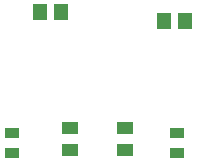
<source format=gtp>
G04*
G04 #@! TF.GenerationSoftware,Altium Limited,Altium Designer,19.0.14 (431)*
G04*
G04 Layer_Color=8421504*
%FSLAX43Y43*%
%MOMM*%
G71*
G01*
G75*
%ADD13R,1.150X1.450*%
%ADD14R,1.400X1.050*%
%ADD15R,1.300X0.850*%
D13*
X21600Y15250D02*
D03*
X23400D02*
D03*
X11100Y16000D02*
D03*
X12900D02*
D03*
D14*
X18252Y4300D02*
D03*
Y6200D02*
D03*
X13601Y4300D02*
D03*
Y6200D02*
D03*
D15*
X22703Y4050D02*
D03*
Y5750D02*
D03*
X8750Y4050D02*
D03*
Y5750D02*
D03*
M02*

</source>
